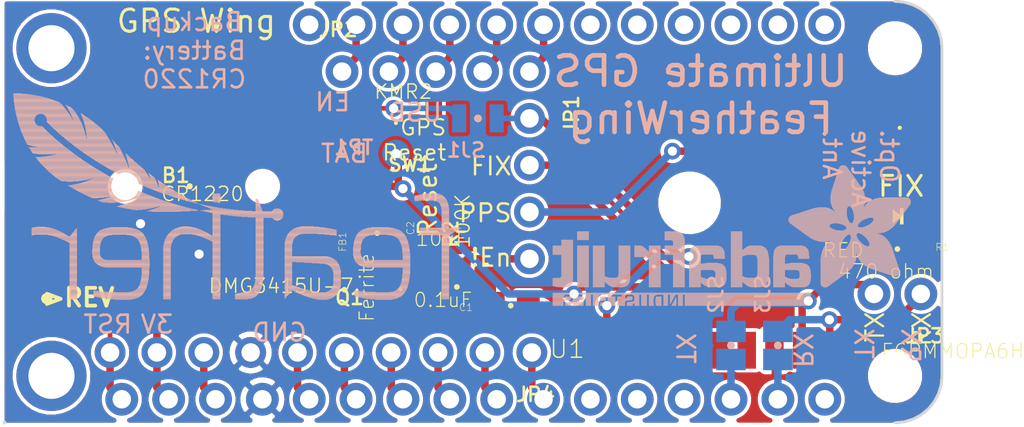
<source format=kicad_pcb>
(kicad_pcb (version 20170123) (host pcbnew no-vcs-found-f042fcd~59~ubuntu17.04.1)
  (layers (0 Top signal) (31 Bottom signal) (34 B.Paste user) (35 F.Paste user) (36 B.SilkS user) (37 F.SilkS user) (38 B.Mask user) (39 F.Mask user) (44 Edge.Cuts user))
  (net 0 "")
  (net 1 FIX)
  (net 2 N$2)
  (net 3 GND)
  (net 4 3.3V)
  (net 5 VBACKUP)
  (net 6 TX)
  (net 7 RX)
  (net 8 N$4)
  (net 9 1PPS)
  (net 10 3V)
  (net 11 N$1)
  (net 12 N$3)
  (net 13 N$5)
  (net 14 N$6)
  (net 15 N$7)
  (net 16 N$8)
  (net 17 N$9)
  (net 18 N$10)
  (net 19 N$11)
  (net 20 GRESET)
  (net 21 N$12)
  (net 22 N$13)
  (net 23 N$14)
  (net 24 USB)
  (net 25 N$15)
  (net 26 ENABLE)
  (net 27 N$16)
  (net 28 N$17)
  (module FGPMMOPA6H (layer Top) (at 136.9441 105.0036 90)
    (fp_text reference U1 (at -8 -8.5) (layer F.SilkS) (effects (font (size 0.9652 0.9652) (thickness 0.077216)) (justify left bottom)))
    (fp_text value FGPMMOPA6H (at -8 9.5) (layer F.SilkS) (effects (font (size 0.77216 0.77216) (thickness 0.061772)) (justify left bottom)))
    (pad "" np_thru_hole circle (at 0.5 -0.85 90) (size 3 3) (drill 3) (layers *.Cu))
    (pad P$20 smd rect (at 7.5 -6.75 270) (size 2 1) (layers Top F.Paste F.Mask))
    (pad P$19 smd rect (at 7.5 -5.25 270) (size 2 1) (layers Top F.Paste F.Mask) (net 3 GND))
    (pad P$18 smd rect (at 7.5 -3.75 270) (size 2 1) (layers Top F.Paste F.Mask))
    (pad P$17 smd rect (at 7.5 -2.25 270) (size 2 1) (layers Top F.Paste F.Mask))
    (pad P$16 smd rect (at 7.5 -0.75 270) (size 2 1) (layers Top F.Paste F.Mask))
    (pad P$15 smd rect (at 7.5 0.75 270) (size 2 1) (layers Top F.Paste F.Mask))
    (pad P$14 smd rect (at 7.5 2.25 270) (size 2 1) (layers Top F.Paste F.Mask))
    (pad P$13 smd rect (at 7.5 3.75 270) (size 2 1) (layers Top F.Paste F.Mask) (net 9 1PPS))
    (pad P$12 smd rect (at 7.5 5.25 270) (size 2 1) (layers Top F.Paste F.Mask) (net 3 GND))
    (pad P$11 smd rect (at 7.5 6.75 270) (size 2 1) (layers Top F.Paste F.Mask) (net 8 N$4))
    (pad P$10 smd rect (at -7.5 6.75 90) (size 2 1) (layers Top F.Paste F.Mask) (net 7 RX))
    (pad P$9 smd rect (at -7.5 5.25 90) (size 2 1) (layers Top F.Paste F.Mask) (net 6 TX))
    (pad P$8 smd rect (at -7.5 3.75 90) (size 2 1) (layers Top F.Paste F.Mask) (net 3 GND))
    (pad P$7 smd rect (at -7.5 2.25 90) (size 2 1) (layers Top F.Paste F.Mask))
    (pad P$6 smd rect (at -7.5 0.75 90) (size 2 1) (layers Top F.Paste F.Mask))
    (pad P$5 smd rect (at -7.5 -0.75 90) (size 2 1) (layers Top F.Paste F.Mask) (net 1 FIX))
    (pad P$4 smd rect (at -7.5 -2.25 90) (size 2 1) (layers Top F.Paste F.Mask) (net 5 VBACKUP))
    (pad P$3 smd rect (at -7.5 -3.75 90) (size 2 1) (layers Top F.Paste F.Mask) (net 3 GND))
    (pad P$2 smd rect (at -7.5 -5.25 90) (size 2 1) (layers Top F.Paste F.Mask) (net 20 GRESET))
    (pad P$1 smd rect (at -7.5 -6.75 90) (size 2 1) (layers Top F.Paste F.Mask) (net 25 N$15))
  )
  (module CHIPLED_0805_NOOUTLINE (layer Top) (at 147.3581 105.2336 270)
    (fp_text reference LED1 hide)
    (fp_text value RED (at 1.397 1.778) (layer F.SilkS) (effects (font (size 0.77216 0.77216) (thickness 0.061772)) (justify right top)))
    (pad A smd rect (at 0 1.05 270) (size 1.2 1.2) (layers Top F.Paste F.Mask) (net 1 FIX))
    (pad C smd rect (at 0 -1.05 270) (size 1.2 1.2) (layers Top F.Paste F.Mask) (net 2 N$2))
  )
  (module 0805-NO (layer Top) (at 147.3581 107.0116)
    (fp_text reference R1 (at 2.032 0.127) (layer F.SilkS) (effects (font (size 0.38608 0.38608) (thickness 0.030886)) (justify left bottom)))
    (fp_text value "470 ohm" (at 2.032 0.762) (layer F.SilkS) (effects (font (size 0.77216 0.77216) (thickness 0.061772)) (justify right top)))
    (pad 2 smd rect (at 0.95 0) (size 1.24 1.5) (layers Top F.Paste F.Mask) (net 2 N$2))
    (pad 1 smd rect (at -0.95 0) (size 1.24 1.5) (layers Top F.Paste F.Mask) (net 3 GND))
  )
  (module 0805-NO (layer Top) (at 126.4031 110.0836 180)
    (fp_text reference C1 (at 2.032 0.127) (layer F.SilkS) (effects (font (size 0.38608 0.38608) (thickness 0.030886)) (justify right top)))
    (fp_text value 0.1uF (at 2.032 0.762) (layer F.SilkS) (effects (font (size 0.77216 0.77216) (thickness 0.061772)) (justify right top)))
    (pad 2 smd rect (at 0.95 0 180) (size 1.24 1.5) (layers Top F.Paste F.Mask) (net 3 GND))
    (pad 1 smd rect (at -0.95 0 180) (size 1.24 1.5) (layers Top F.Paste F.Mask) (net 25 N$15))
  )
  (module 0805-NO (layer Top) (at 119.1641 106.1466)
    (fp_text reference C2 (at 2.032 0.127 90) (layer F.SilkS) (effects (font (size 0.38608 0.38608) (thickness 0.030886)) (justify left bottom)))
    (fp_text value 10uF (at 2.032 0.762) (layer F.SilkS) (effects (font (size 0.77216 0.77216) (thickness 0.061772)) (justify left bottom)))
    (pad 2 smd rect (at 0.95 0) (size 1.24 1.5) (layers Top F.Paste F.Mask) (net 3 GND))
    (pad 1 smd rect (at -0.95 0) (size 1.24 1.5) (layers Top F.Paste F.Mask) (net 4 3.3V))
  )
  (module 0805-NO (layer Top) (at 117.3861 109.2186 90)
    (fp_text reference FB1 (at 2.032 0.127 90) (layer F.SilkS) (effects (font (size 0.38608 0.38608) (thickness 0.030886)) (justify left bottom)))
    (fp_text value Ferrite (at 2.032 0.762 90) (layer F.SilkS) (effects (font (size 0.77216 0.77216) (thickness 0.061772)) (justify right top)))
    (pad 2 smd rect (at 0.95 0 90) (size 1.24 1.5) (layers Top F.Paste F.Mask) (net 4 3.3V))
    (pad 1 smd rect (at -0.95 0 90) (size 1.24 1.5) (layers Top F.Paste F.Mask) (net 10 3V))
  )
  (module CR1220-2 (layer Top) (at 109.0041 103.6066)
    (fp_text reference B1 (at -1.602 -0.14) (layer F.SilkS) (effects (font (size 0.77216 0.77216) (thickness 0.138988)) (justify left bottom)))
    (fp_text value CR1220 (at -1.602 0.868) (layer F.SilkS) (effects (font (size 0.77216 0.77216) (thickness 0.077216)) (justify left bottom)))
    (pad + smd rect (at 8.29 0) (size 4 2) (layers Top F.Paste F.Mask) (net 5 VBACKUP))
    (pad - smd rect (at -7.6 0) (size 4 2) (layers Top F.Paste F.Mask) (net 3 GND))
    (pad "" np_thru_hole circle (at -3.5 0) (size 1.5 1.5) (drill 1.5) (layers *.Cu))
    (pad "" np_thru_hole circle (at 3.95 0) (size 1.5 1.5) (drill 1.5) (layers *.Cu))
  )
  (module FIDUCIAL_1MM (layer Top) (at 100.6221 99.5426)
    (fp_text reference FID1 hide)
    (fp_text value FIDUCIAL"" hide)
    (pad 1 smd circle (at 0 0) (size 1 1) (layers Top F.Paste F.Mask))
  )
  (module FIDUCIAL_1MM (layer Top) (at 145.4761 115.3726)
    (fp_text reference FID2 hide)
    (fp_text value FIDUCIAL"" hide)
    (pad 1 smd circle (at 0 0) (size 1 1) (layers Top F.Paste F.Mask))
  )
  (module U.FL (layer Top) (at 147.4851 100.4316 180)
    (fp_text reference X1 hide)
    (fp_text value uFL hide)
    (pad 3 smd rect (at 1.525 0 180) (size 0.8 1) (layers Top F.Paste F.Mask) (net 8 N$4))
    (pad 2 smd rect (at 0 1.375 180) (size 2.2 1.05) (layers Top F.Paste F.Mask) (net 3 GND))
    (pad 1 smd rect (at 0 -1.375 180) (size 2.2 1.05) (layers Top F.Paste F.Mask) (net 3 GND))
  )
  (module FEATHERWING (layer Top) (at 98.9711 116.4336)
    (fp_text reference MS1 hide)
    (fp_text value FEATHERWING hide)
    (fp_arc (start 0 0) (end 0 0) (angle -90) (layer Edge.Cuts) (width 0))
    (fp_line (start 0 0) (end 0 0) (layer Edge.Cuts) (width 0))
    (fp_arc (start 0 0) (end 0 0) (angle -90) (layer Edge.Cuts) (width 0))
    (fp_line (start 0 0) (end 0 0) (layer Edge.Cuts) (width 0))
    (fp_arc (start 0 0) (end 0 0) (angle -90) (layer Edge.Cuts) (width 0))
    (fp_line (start 0 0) (end 0 0) (layer Edge.Cuts) (width 0))
    (fp_arc (start 0 0) (end 0 0) (angle -90) (layer Edge.Cuts) (width 0))
    (fp_line (start 0 0) (end 0 0) (layer Edge.Cuts) (width 0))
    (pad 1 thru_hole circle (at 6.35 -1.27) (size 1.778 1.778) (drill 1) (layers *.Cu *.Mask) (net 21 N$12))
    (pad 2 thru_hole circle (at 8.89 -1.27) (size 1.778 1.778) (drill 1) (layers *.Cu *.Mask) (net 10 3V))
    (pad 3 thru_hole circle (at 11.43 -1.27) (size 1.778 1.778) (drill 1) (layers *.Cu *.Mask) (net 22 N$13))
    (pad 4 thru_hole circle (at 13.97 -1.27) (size 1.778 1.778) (drill 1) (layers *.Cu *.Mask) (net 3 GND))
    (pad 16 thru_hole circle (at 44.45 -1.27) (size 1.778 1.778) (drill 1) (layers *.Cu *.Mask))
    (pad 15 thru_hole circle (at 41.91 -1.27) (size 1.778 1.778) (drill 1) (layers *.Cu *.Mask) (net 28 N$17))
    (pad 14 thru_hole circle (at 39.37 -1.27) (size 1.778 1.778) (drill 1) (layers *.Cu *.Mask) (net 27 N$16))
    (pad 13 thru_hole circle (at 36.83 -1.27) (size 1.778 1.778) (drill 1) (layers *.Cu *.Mask))
    (pad 12 thru_hole circle (at 34.29 -1.27) (size 1.778 1.778) (drill 1) (layers *.Cu *.Mask))
    (pad 11 thru_hole circle (at 31.75 -1.27) (size 1.778 1.778) (drill 1) (layers *.Cu *.Mask))
    (pad 10 thru_hole circle (at 29.21 -1.27) (size 1.778 1.778) (drill 1) (layers *.Cu *.Mask) (net 14 N$6))
    (pad 9 thru_hole circle (at 26.67 -1.27) (size 1.778 1.778) (drill 1) (layers *.Cu *.Mask) (net 15 N$7))
    (pad 8 thru_hole circle (at 24.13 -1.27) (size 1.778 1.778) (drill 1) (layers *.Cu *.Mask) (net 16 N$8))
    (pad 7 thru_hole circle (at 21.59 -1.27) (size 1.778 1.778) (drill 1) (layers *.Cu *.Mask) (net 17 N$9))
    (pad 6 thru_hole circle (at 19.05 -1.27) (size 1.778 1.778) (drill 1) (layers *.Cu *.Mask) (net 18 N$10))
    (pad 5 thru_hole circle (at 16.51 -1.27) (size 1.778 1.778) (drill 1) (layers *.Cu *.Mask) (net 19 N$11))
    (pad 17 thru_hole circle (at 44.45 -21.59) (size 1.778 1.778) (drill 1) (layers *.Cu *.Mask))
    (pad 18 thru_hole circle (at 41.91 -21.59) (size 1.778 1.778) (drill 1) (layers *.Cu *.Mask))
    (pad 19 thru_hole circle (at 39.37 -21.59) (size 1.778 1.778) (drill 1) (layers *.Cu *.Mask))
    (pad 20 thru_hole circle (at 36.83 -21.59) (size 1.778 1.778) (drill 1) (layers *.Cu *.Mask))
    (pad 21 thru_hole circle (at 34.29 -21.59) (size 1.778 1.778) (drill 1) (layers *.Cu *.Mask))
    (pad 22 thru_hole circle (at 31.75 -21.59) (size 1.778 1.778) (drill 1) (layers *.Cu *.Mask))
    (pad 23 thru_hole circle (at 29.21 -21.59) (size 1.778 1.778) (drill 1) (layers *.Cu *.Mask) (net 13 N$5))
    (pad 24 thru_hole circle (at 26.67 -21.59) (size 1.778 1.778) (drill 1) (layers *.Cu *.Mask) (net 12 N$3))
    (pad 25 thru_hole circle (at 24.13 -21.59) (size 1.778 1.778) (drill 1) (layers *.Cu *.Mask) (net 11 N$1))
    (pad 26 thru_hole circle (at 21.59 -21.59) (size 1.778 1.778) (drill 1) (layers *.Cu *.Mask) (net 24 USB))
    (pad 27 thru_hole circle (at 19.05 -21.59) (size 1.778 1.778) (drill 1) (layers *.Cu *.Mask) (net 23 N$14))
    (pad 28 thru_hole circle (at 16.51 -21.59) (size 1.778 1.778) (drill 1) (layers *.Cu *.Mask))
    (pad P$2 thru_hole circle (at 2.54 -2.54) (size 3.81 3.81) (drill 2.5) (layers *.Cu *.Mask))
    (pad P$1 thru_hole circle (at 2.54 -20.32) (size 3.81 3.81) (drill 2.5) (layers *.Cu *.Mask))
    (pad "" np_thru_hole circle (at 48.26 -2.54) (size 2.54 2.54) (drill 2.54) (layers *.Cu))
    (pad "" np_thru_hole circle (at 48.26 -20.32) (size 2.54 2.54) (drill 2.54) (layers *.Cu))
  )
  (module BTN_KMR2_4.6X2.8 (layer Top) (at 120.1801 100.1776 180)
    (fp_text reference SW1 (at -2.032 -1.778) (layer F.SilkS) (effects (font (size 0.77216 0.77216) (thickness 0.138988)) (justify right top)))
    (fp_text value KMR2 (at -2.032 2.159) (layer F.SilkS) (effects (font (size 0.77216 0.77216) (thickness 0.077216)) (justify right top)))
    (pad A' smd rect (at -2.05 -0.8 180) (size 0.9 0.9) (layers Top F.Paste F.Mask) (net 3 GND))
    (pad B' smd rect (at -2.05 0.8 180) (size 0.9 0.9) (layers Top F.Paste F.Mask) (net 21 N$12))
    (pad B smd rect (at 2.05 0.8 180) (size 0.9 0.9) (layers Top F.Paste F.Mask) (net 21 N$12))
    (pad A smd rect (at 2.05 -0.8 180) (size 0.9 0.9) (layers Top F.Paste F.Mask) (net 3 GND))
  )
  (module SOLDERJUMPER_ARROW_NOPASTE (layer Bottom) (at 124.6251 99.9236)
    (fp_text reference SJ1 (at -1.778 1.27) (layer B.SilkS) (effects (font (size 0.77216 0.77216) (thickness 0.138988)) (justify right top mirror)))
    (fp_text value "" (at -1.651 -1.651) (layer B.SilkS) (effects (font (size 0.38608 0.38608) (thickness 0.038608)) (justify right top mirror)))
    (pad 2 smd rect (at 1.016 0) (size 0.762 1.524) (layers Bottom B.Paste B.Mask) (net 20 GRESET))
    (pad 1 smd rect (at -1.016 0) (size 0.762 1.524) (layers Bottom B.Paste B.Mask) (net 21 N$12))
  )
  (module 1X10_ROUND (layer Top) (at 116.1161 112.6236 180)
    (fp_text reference JP4 (at -12.7762 -1.8288) (layer F.SilkS) (effects (font (size 0.77216 0.77216) (thickness 0.138988)) (justify right top)))
    (fp_text value "" (at -12.7 3.175) (layer F.SilkS) (effects (font (size 0.38608 0.38608) (thickness 0.038608)) (justify right top)))
    (pad 10 thru_hole circle (at 11.43 0 270) (size 1.6764 1.6764) (drill 1) (layers *.Cu *.Mask) (net 21 N$12))
    (pad 9 thru_hole circle (at 8.89 0 270) (size 1.6764 1.6764) (drill 1) (layers *.Cu *.Mask) (net 10 3V))
    (pad 8 thru_hole circle (at 6.35 0 270) (size 1.6764 1.6764) (drill 1) (layers *.Cu *.Mask) (net 22 N$13))
    (pad 7 thru_hole circle (at 3.81 0 270) (size 1.6764 1.6764) (drill 1) (layers *.Cu *.Mask) (net 3 GND))
    (pad 6 thru_hole circle (at 1.27 0 270) (size 1.6764 1.6764) (drill 1) (layers *.Cu *.Mask) (net 19 N$11))
    (pad 5 thru_hole circle (at -1.27 0 270) (size 1.6764 1.6764) (drill 1) (layers *.Cu *.Mask) (net 18 N$10))
    (pad 4 thru_hole circle (at -3.81 0 270) (size 1.6764 1.6764) (drill 1) (layers *.Cu *.Mask) (net 17 N$9))
    (pad 3 thru_hole circle (at -6.35 0 270) (size 1.6764 1.6764) (drill 1) (layers *.Cu *.Mask) (net 16 N$8))
    (pad 2 thru_hole circle (at -8.89 0 270) (size 1.6764 1.6764) (drill 1) (layers *.Cu *.Mask) (net 15 N$7))
    (pad 1 thru_hole circle (at -11.43 0 270) (size 1.6764 1.6764) (drill 1) (layers *.Cu *.Mask) (net 14 N$6))
  )
  (module 1X05_ROUND_70 (layer Top) (at 122.3391 97.3836)
    (fp_text reference JP2 (at -6.4262 -1.8288) (layer F.SilkS) (effects (font (size 0.77216 0.77216) (thickness 0.138988)) (justify left bottom)))
    (fp_text value "" (at -6.35 3.175) (layer F.SilkS) (effects (font (size 0.38608 0.38608) (thickness 0.038608)) (justify left bottom)))
    (pad 5 thru_hole circle (at 5.08 0 90) (size 1.778 1.778) (drill 1) (layers *.Cu *.Mask) (net 13 N$5))
    (pad 4 thru_hole circle (at 2.54 0 90) (size 1.778 1.778) (drill 1) (layers *.Cu *.Mask) (net 12 N$3))
    (pad 3 thru_hole circle (at 0 0 90) (size 1.778 1.778) (drill 1) (layers *.Cu *.Mask) (net 11 N$1))
    (pad 2 thru_hole circle (at -2.54 0 90) (size 1.778 1.778) (drill 1) (layers *.Cu *.Mask) (net 24 USB))
    (pad 1 thru_hole circle (at -5.08 0 90) (size 1.778 1.778) (drill 1) (layers *.Cu *.Mask) (net 23 N$14))
  )
  (module SOT23-WIDE (layer Top) (at 120.4341 109.1946 180)
    (fp_text reference Q1 (at 1.905 0) (layer F.SilkS) (effects (font (size 0.77216 0.77216) (thickness 0.138988)) (justify right top)))
    (fp_text value "DMG3415U-7 " (at 1.905 0.635) (layer F.SilkS) (effects (font (size 0.77216 0.77216) (thickness 0.077216)) (justify right top)))
    (pad 1 smd rect (at -0.95 1 180) (size 1 1.2) (layers Top F.Paste F.Mask) (net 26 ENABLE))
    (pad 2 smd rect (at 0.95 1 180) (size 1 1.2) (layers Top F.Paste F.Mask) (net 4 3.3V))
    (pad 3 smd rect (at 0 -1 180) (size 1 1.2) (layers Top F.Paste F.Mask) (net 25 N$15))
  )
  (module 1X04_ROUND (layer Top) (at 127.4191 103.7336 270)
    (fp_text reference JP1 (at -5.1562 -1.8288 90) (layer F.SilkS) (effects (font (size 0.77216 0.77216) (thickness 0.138988)) (justify right top)))
    (fp_text value "" (at -5.08 3.175 90) (layer F.SilkS) (effects (font (size 0.38608 0.38608) (thickness 0.038608)) (justify right top)))
    (pad 4 thru_hole circle (at 3.81 0) (size 1.6764 1.6764) (drill 1) (layers *.Cu *.Mask) (net 26 ENABLE))
    (pad 3 thru_hole circle (at 1.27 0) (size 1.6764 1.6764) (drill 1) (layers *.Cu *.Mask) (net 9 1PPS))
    (pad 2 thru_hole circle (at -1.27 0) (size 1.6764 1.6764) (drill 1) (layers *.Cu *.Mask) (net 1 FIX))
    (pad 1 thru_hole circle (at -3.81 0) (size 1.6764 1.6764) (drill 1) (layers *.Cu *.Mask) (net 20 GRESET))
  )
  (module 0805-NO (layer Top) (at 123.4821 109.0676 90)
    (fp_text reference R2 (at 2.032 0.127 90) (layer F.SilkS) (effects (font (size 0.77216 0.77216) (thickness 0.138988)) (justify left bottom)))
    (fp_text value 100K (at 2.032 0.762 90) (layer F.SilkS) (effects (font (size 0.77216 0.77216) (thickness 0.077216)) (justify left bottom)))
    (pad 2 smd rect (at 0.95 0 90) (size 1.24 1.5) (layers Top F.Paste F.Mask) (net 26 ENABLE))
    (pad 1 smd rect (at -0.95 0 90) (size 1.24 1.5) (layers Top F.Paste F.Mask) (net 3 GND))
  )
  (module 1X02_ROUND (layer Top) (at 147.3581 109.4486 180)
    (fp_text reference JP3 (at -2.6162 -1.8288) (layer F.SilkS) (effects (font (size 0.77216 0.77216) (thickness 0.138988)) (justify right top)))
    (fp_text value "" (at -2.54 3.175) (layer F.SilkS) (effects (font (size 0.38608 0.38608) (thickness 0.038608)) (justify right top)))
    (pad 2 thru_hole circle (at 1.27 0 270) (size 1.778 1.778) (drill 1) (layers *.Cu *.Mask) (net 6 TX))
    (pad 1 thru_hole circle (at -1.27 0 270) (size 1.778 1.778) (drill 1) (layers *.Cu *.Mask) (net 7 RX))
  )
  (module SOLDERJUMPER_CLOSEDWIRE (layer Bottom) (at 138.3411 112.2426 270)
    (fp_text reference SJ2 (at -1.651 1.27 90) (layer B.SilkS) (effects (font (size 0.77216 0.77216) (thickness 0.138988)) (justify right top mirror)))
    (fp_text value "" (at -1.524 -1.651 90) (layer B.SilkS) (effects (font (size 0.38608 0.38608) (thickness 0.038608)) (justify right top mirror)))
    (pad WIRE smd rect (at 0 0 270) (size 0.635 0.2032) (layers Bottom B.Paste B.Mask))
    (pad 2 smd rect (at 0.762 0 270) (size 1.1684 1.6002) (layers Bottom B.Paste B.Mask) (net 27 N$16))
    (pad 1 smd rect (at -0.762 0 270) (size 1.1684 1.6002) (layers Bottom B.Paste B.Mask) (net 6 TX))
  )
  (module SOLDERJUMPER_CLOSEDWIRE (layer Bottom) (at 140.8811 112.2426 270)
    (fp_text reference SJ3 (at -1.651 1.27 90) (layer B.SilkS) (effects (font (size 0.77216 0.77216) (thickness 0.138988)) (justify right top mirror)))
    (fp_text value "" (at -1.524 -1.651 90) (layer B.SilkS) (effects (font (size 0.38608 0.38608) (thickness 0.038608)) (justify right top mirror)))
    (pad WIRE smd rect (at 0 0 270) (size 0.635 0.2032) (layers Bottom B.Paste B.Mask))
    (pad 2 smd rect (at 0.762 0 270) (size 1.1684 1.6002) (layers Bottom B.Paste B.Mask) (net 28 N$17))
    (pad 1 smd rect (at -0.762 0 270) (size 1.1684 1.6002) (layers Bottom B.Paste B.Mask) (net 7 RX))
  )
  (module PCBFEAT-REV-040 (layer Top) (at 101.2571 109.7026)
    (fp_text reference U$9 hide)
    (fp_text value "" hide)
    (fp_text user >REV (at -0.3556 0.508) (layer F.SilkS) (effects (font (size 0.9652 0.9652) (thickness 0.2032)) (justify left bottom)))
  )
  (module FEATHERLOGO (layer Bottom) (at 123.7361 109.8296 180)
    (fp_text reference U$10 hide)
    (fp_text value "" hide)
  )
  (module ADAFRUIT_TEXT_20MM (layer Bottom) (at 148.2471 110.0836 180)
    (fp_text reference U$11 hide)
    (fp_text value "" hide)
  )
  (module TESTPOINT_ROUND_1.5MM (layer Bottom) (at 120.1801 101.8286 180)
    (fp_text reference TP1 (at 1.143 -0.127 180) (layer B.SilkS) (effects (font (size 0.77216 0.77216) (thickness 0.146304)) (justify left bottom mirror)))
    (fp_text value "" (at 1.143 -0.635 180) (layer B.SilkS) (effects (font (size 0.38608 0.38608) (thickness 0.04064)) (justify left bottom mirror)))
    (pad P$1 smd circle (at 0 0 180) (size 1.5 1.5) (layers Bottom B.Paste B.Mask) (net 5 VBACKUP))
  )
  (gr_text FIX (at 146.2151 104.2416) (layer F.SilkS) (effects (font (size 1.08585 1.08585) (thickness 0.16002)) (justify left bottom)))
  (gr_text "GPS Wing" (at 104.9401 95.3516) (layer F.SilkS) (effects (font (size 1.2065 1.2065) (thickness 0.1651)) (justify left bottom)))
  (gr_text PPS (at 126.5301 104.4956) (layer F.SilkS) (effects (font (size 0.9652 0.9652) (thickness 0.13208)) (justify right top)))
  (gr_text FIX (at 126.5301 101.9556) (layer F.SilkS) (effects (font (size 0.9652 0.9652) (thickness 0.13208)) (justify right top)))
  (gr_text "GPS\nReset" (at 122.9741 99.9236) (layer F.SilkS) (effects (font (size 0.84455 0.84455) (thickness 0.10668)) (justify right top)))
  (gr_arc (start 147.2311 96.1136) (end 147.2311 93.5736) (angle 90) (layer Edge.Cuts) (width 0.15))
  (gr_line (start 149.7711 96.1136) (end 149.7711 113.8936) (layer Edge.Cuts) (width 0.15))
  (gr_arc (start 147.2311 113.8936) (end 149.7711 113.8936) (angle 90) (layer Edge.Cuts) (width 0.15))
  (gr_text Reset (at 122.4661 106.4006 90) (layer F.SilkS) (effects (font (size 0.9652 0.9652) (thickness 0.13208)) (justify left bottom)))
  (gr_text !En (at 126.5301 106.9086) (layer F.SilkS) (effects (font (size 0.9652 0.9652) (thickness 0.13208)) (justify right top)))
  (gr_text RX (at 148.1201 110.3376 90) (layer F.SilkS) (effects (font (size 0.9652 0.9652) (thickness 0.12192)) (justify right top)))
  (gr_text TX (at 145.5801 110.3376 90) (layer F.SilkS) (effects (font (size 0.9652 0.9652) (thickness 0.12192)) (justify right top)))
  (gr_text "Ultimate GPS\nFeatherWing" (at 136.6901 98.6536) (layer B.SilkS) (effects (font (size 1.59258 1.59258) (thickness 0.25146)) (justify mirror)))
  (gr_text RX (at 142.7861 111.4806 -90) (layer B.SilkS) (effects (font (size 0.9652 0.9652) (thickness 0.14224)) (justify right top mirror)))
  (gr_text TX (at 136.4361 111.4806 -90) (layer B.SilkS) (effects (font (size 0.9652 0.9652) (thickness 0.14224)) (justify right top mirror)))
  (gr_text GND (at 112.3061 110.9726) (layer B.SilkS) (effects (font (size 0.9652 0.9652) (thickness 0.14224)) (justify right top mirror)))
  (gr_text RST (at 104.5591 111.0996) (layer B.SilkS) (effects (font (size 0.9652 0.9652) (thickness 0.14224)) (justify mirror)))
  (gr_text 3V (at 107.2261 111.0996) (layer B.SilkS) (effects (font (size 0.9652 0.9652) (thickness 0.14224)) (justify mirror)))
  (gr_text EN (at 116.7511 99.0346) (layer B.SilkS) (effects (font (size 0.9652 0.9652) (thickness 0.14224)) (justify mirror)))
  (gr_text USB (at 119.6721 99.0346) (layer B.SilkS) (effects (font (size 0.9652 0.9652) (thickness 0.14224)) (justify right top mirror)))
  (gr_text RX (at 148.6281 111.2266 -90) (layer B.SilkS) (effects (font (size 0.9652 0.9652) (thickness 0.14224)) (justify right top mirror)))
  (gr_text TX (at 146.0881 111.2266 -90) (layer B.SilkS) (effects (font (size 0.9652 0.9652) (thickness 0.14224)) (justify right top mirror)))
  (gr_text "Opt.\nActive\nAnt." (at 147.4851 100.4316 -90) (layer B.SilkS) (effects (font (size 0.9652 0.9652) (thickness 0.14224)) (justify right top mirror)))
  (gr_text "Backup\nBattery:\nCR1220" (at 109.2581 96.2406) (layer B.SilkS) (effects (font (size 0.9652 0.9652) (thickness 0.14224)) (justify mirror)))
  (gr_text BAT (at 117.3861 101.8286) (layer B.SilkS) (effects (font (size 0.9652 0.9652) (thickness 0.14224)) (justify mirror)))
  (segment (start 136.1941 112.5036) (end 136.1941 109.5636) (width 0.4064) (layer Top) (net 1))
  (segment (start 136.1941 109.5636) (end 140.5241 105.2336) (width 0.4064) (layer Top) (net 1))
  (segment (start 136.1941 109.5636) (end 129.0941 102.4636) (width 0.4064) (layer Top) (net 1))
  (segment (start 129.0941 102.4636) (end 127.4191 102.4636) (width 0.4064) (layer Top) (net 1))
  (segment (start 140.5241 105.2336) (end 146.3081 105.2336) (width 0.4064) (layer Top) (net 1))
  (segment (start 148.4081 105.2336) (end 148.3081 105.7146) (width 0.4064) (layer Top) (net 2))
  (segment (start 148.3081 105.7146) (end 148.3081 107.0116) (width 0.4064) (layer Top) (net 2))
  (via (at 106.3371 105.6386) (size 0.9064) (drill 0.5) (layers Top Bottom) (net 3))
  (via (at 109.5121 107.2896) (size 0.9064) (drill 0.5) (layers Top Bottom) (net 3))
  (segment (start 117.3861 108.2686) (end 117.4601 108.1946) (width 0.4064) (layer Top) (net 4))
  (segment (start 117.4601 108.1946) (end 119.4841 108.1946) (width 0.4064) (layer Top) (net 4))
  (segment (start 118.2141 106.1466) (end 117.3861 106.9746) (width 0.4064) (layer Top) (net 4))
  (segment (start 117.3861 106.9746) (end 117.3861 108.2686) (width 0.4064) (layer Top) (net 4))
  (segment (start 117.2941 103.6066) (end 120.3071 103.6066) (width 0.4064) (layer Top) (net 5))
  (segment (start 120.3071 103.6066) (end 120.4341 103.6066) (width 0.4064) (layer Top) (net 5))
  (segment (start 120.4341 103.6066) (end 120.5611 103.7336) (width 0.4064) (layer Top) (net 5))
  (via (at 120.5611 103.7336) (size 0.9064) (drill 0.5) (layers Top Bottom) (net 5))
  (segment (start 120.5611 103.7336) (end 126.2761 109.4486) (width 0.4064) (layer Bottom) (net 5))
  (segment (start 126.2761 109.4486) (end 129.8321 109.4486) (width 0.4064) (layer Bottom) (net 5))
  (via (at 129.8321 109.4486) (size 0.9064) (drill 0.5) (layers Top Bottom) (net 5))
  (segment (start 129.8321 109.4486) (end 130.2131 109.0676) (width 0.4064) (layer Top) (net 5))
  (segment (start 130.2131 109.0676) (end 133.8961 109.0676) (width 0.4064) (layer Top) (net 5))
  (segment (start 133.8961 109.0676) (end 134.6941 109.8656) (width 0.4064) (layer Top) (net 5))
  (segment (start 134.6941 109.8656) (end 134.6941 112.5036) (width 0.4064) (layer Top) (net 5))
  (via (at 120.1801 101.8286) (size 0.9064) (drill 0.5) (layers Top Bottom) (net 5))
  (segment (start 120.3071 103.6066) (end 120.3071 101.9556) (width 0.4064) (layer Top) (net 5))
  (segment (start 120.3071 101.9556) (end 120.1801 101.8286) (width 0.4064) (layer Top) (net 5))
  (segment (start 146.0881 109.4486) (end 145.5801 108.9406) (width 0.4064) (layer Top) (net 6))
  (segment (start 145.5801 108.9406) (end 143.4211 108.9406) (width 0.4064) (layer Top) (net 6))
  (segment (start 143.4211 108.9406) (end 142.5956 109.7661) (width 0.4064) (layer Top) (net 6))
  (segment (start 142.5321 109.8296) (end 142.1941 110.1676) (width 0.4064) (layer Top) (net 6))
  (segment (start 142.1941 110.1676) (end 142.1941 112.5036) (width 0.4064) (layer Top) (net 6))
  (segment (start 138.3411 111.4806) (end 138.3411 110.3376) (width 0.4064) (layer Bottom) (net 6))
  (segment (start 138.3411 110.3376) (end 138.7221 109.9566) (width 0.4064) (layer Bottom) (net 6))
  (segment (start 138.7221 109.9566) (end 142.4051 109.9566) (width 0.4064) (layer Bottom) (net 6))
  (segment (start 142.4051 109.9566) (end 142.5321 109.8296) (width 0.4064) (layer Bottom) (net 6))
  (via (at 142.5321 109.8296) (size 0.9064) (drill 0.5) (layers Top Bottom) (net 6))
  (segment (start 142.5321 109.8296) (end 142.5956 109.7661) (width 0.4064) (layer Top) (net 6))
  (segment (start 148.6281 109.5756) (end 148.6281 109.4486) (width 0.4064) (layer Top) (net 7))
  (segment (start 140.8811 111.4806) (end 141.5161 110.8456) (width 0.4064) (layer Bottom) (net 7))
  (segment (start 141.5161 110.8456) (end 143.6751 110.8456) (width 0.4064) (layer Bottom) (net 7))
  (via (at 143.6751 110.8456) (size 0.9064) (drill 0.5) (layers Top Bottom) (net 7))
  (segment (start 143.6751 110.8456) (end 143.6941 111.3346) (width 0.4064) (layer Top) (net 7))
  (segment (start 143.6941 111.3346) (end 143.6941 112.5036) (width 0.4064) (layer Top) (net 7))
  (segment (start 148.6281 109.5756) (end 147.3581 110.8456) (width 0.4064) (layer Top) (net 7))
  (segment (start 147.3581 110.8456) (end 143.6751 110.8456) (width 0.4064) (layer Top) (net 7))
  (segment (start 143.6941 97.5036) (end 143.6941 98.4196) (width 0.8128) (layer Top) (net 8))
  (segment (start 143.6941 98.4196) (end 145.9601 100.4316) (width 0.8128) (layer Top) (net 8))
  (segment (start 127.4191 105.0036) (end 131.8641 105.0036) (width 0.4064) (layer Bottom) (net 9))
  (segment (start 131.8641 105.0036) (end 135.1661 101.7016) (width 0.4064) (layer Bottom) (net 9))
  (via (at 135.1661 101.7016) (size 0.9064) (drill 0.5) (layers Top Bottom) (net 9))
  (segment (start 135.1661 101.7016) (end 138.2141 101.7016) (width 0.4064) (layer Top) (net 9))
  (segment (start 138.2141 101.7016) (end 140.7541 99.1616) (width 0.4064) (layer Top) (net 9))
  (segment (start 140.7541 99.1616) (end 140.7541 97.5636) (width 0.4064) (layer Top) (net 9))
  (segment (start 140.7541 97.5636) (end 140.6941 97.5036) (width 0.4064) (layer Top) (net 9))
  (segment (start 107.2261 112.6236) (end 107.2261 114.5286) (width 0.4064) (layer Top) (net 10))
  (segment (start 107.2261 114.5286) (end 107.8611 115.1636) (width 0.4064) (layer Top) (net 10))
  (segment (start 107.2261 112.6236) (end 107.2261 111.3536) (width 0.4064) (layer Top) (net 10))
  (segment (start 107.2261 111.3536) (end 108.3691 110.2106) (width 0.4064) (layer Top) (net 10))
  (segment (start 108.3691 110.2106) (end 117.3441 110.2106) (width 0.4064) (layer Top) (net 10))
  (segment (start 117.3441 110.2106) (end 117.3861 110.1686) (width 0.4064) (layer Top) (net 10))
  (segment (start 123.1011 94.8436) (end 123.1011 96.6216) (width 0.4064) (layer Top) (net 11))
  (segment (start 123.1011 96.6216) (end 122.3391 97.3836) (width 0.4064) (layer Top) (net 11))
  (segment (start 125.6411 94.8436) (end 125.6411 96.6216) (width 0.4064) (layer Top) (net 12))
  (segment (start 125.6411 96.6216) (end 124.8791 97.3836) (width 0.4064) (layer Top) (net 12))
  (segment (start 128.1811 94.8436) (end 128.1811 96.6216) (width 0.4064) (layer Top) (net 13))
  (segment (start 128.1811 96.6216) (end 127.4191 97.3836) (width 0.4064) (layer Top) (net 13))
  (segment (start 127.5461 112.6236) (end 127.5461 114.5286) (width 0.4064) (layer Top) (net 14))
  (segment (start 127.5461 114.5286) (end 128.1811 115.1636) (width 0.4064) (layer Top) (net 14))
  (segment (start 125.0061 112.6236) (end 125.0061 114.5286) (width 0.4064) (layer Top) (net 15))
  (segment (start 125.0061 114.5286) (end 125.6411 115.1636) (width 0.4064) (layer Top) (net 15))
  (segment (start 122.4661 112.6236) (end 122.4661 114.5286) (width 0.4064) (layer Top) (net 16))
  (segment (start 122.4661 114.5286) (end 123.1011 115.1636) (width 0.4064) (layer Top) (net 16))
  (segment (start 119.9261 112.6236) (end 119.9261 114.5286) (width 0.4064) (layer Top) (net 17))
  (segment (start 119.9261 114.5286) (end 120.5611 115.1636) (width 0.4064) (layer Top) (net 17))
  (segment (start 117.3861 112.6236) (end 117.3861 114.5286) (width 0.4064) (layer Top) (net 18))
  (segment (start 117.3861 114.5286) (end 118.0211 115.1636) (width 0.4064) (layer Top) (net 18))
  (segment (start 114.8461 112.6236) (end 114.8461 114.5286) (width 0.4064) (layer Top) (net 19))
  (segment (start 114.8461 114.5286) (end 115.4811 115.1636) (width 0.4064) (layer Top) (net 19))
  (segment (start 127.4191 99.9236) (end 128.0541 99.9236) (width 0.4064) (layer Top) (net 20))
  (segment (start 128.0541 99.9236) (end 135.5471 107.4166) (width 0.4064) (layer Top) (net 20))
  (segment (start 135.5471 107.4166) (end 136.0551 107.4166) (width 0.4064) (layer Top) (net 20))
  (via (at 136.0551 107.4166) (size 0.9064) (drill 0.5) (layers Top Bottom) (net 20))
  (segment (start 136.0551 107.4166) (end 134.2771 107.4166) (width 0.4064) (layer Bottom) (net 20))
  (segment (start 134.2771 107.4166) (end 131.6101 110.0836) (width 0.4064) (layer Bottom) (net 20))
  (via (at 131.6101 110.0836) (size 0.9064) (drill 0.5) (layers Top Bottom) (net 20))
  (segment (start 131.6101 110.0836) (end 131.6101 112.4196) (width 0.4064) (layer Top) (net 20))
  (segment (start 131.6101 112.4196) (end 131.6941 112.5036) (width 0.4064) (layer Top) (net 20))
  (segment (start 127.4191 99.9236) (end 125.6411 99.9236) (width 0.3048) (layer Bottom) (net 20))
  (segment (start 122.2301 99.3776) (end 120.0531 99.3776) (width 0.254) (layer Top) (net 21))
  (segment (start 119.9261 99.3776) (end 118.1301 99.3776) (width 0.254) (layer Top) (net 21))
  (segment (start 104.6861 112.6236) (end 104.6861 114.5286) (width 0.4064) (layer Top) (net 21))
  (segment (start 104.6861 114.5286) (end 105.3211 115.1636) (width 0.4064) (layer Top) (net 21))
  (segment (start 104.6861 112.6236) (end 104.6861 109.1946) (width 0.254) (layer Top) (net 21))
  (segment (start 104.6861 109.1946) (end 114.4651 99.4156) (width 0.254) (layer Top) (net 21))
  (segment (start 114.4651 99.4156) (end 118.0921 99.4156) (width 0.254) (layer Top) (net 21))
  (segment (start 118.0921 99.4156) (end 118.1301 99.3776) (width 0.254) (layer Top) (net 21))
  (segment (start 123.6091 99.9236) (end 123.0631 99.3776) (width 0.3048) (layer Bottom) (net 21))
  (segment (start 123.0631 99.3776) (end 120.0531 99.3776) (width 0.3048) (layer Bottom) (net 21))
  (via (at 120.0531 99.3776) (size 0.9064) (drill 0.5) (layers Top Bottom) (net 21))
  (segment (start 120.0531 99.3776) (end 119.9261 99.3776) (width 0.3048) (layer Top) (net 21))
  (segment (start 109.7661 112.6236) (end 109.7661 114.5286) (width 0.4064) (layer Top) (net 22))
  (segment (start 109.7661 114.5286) (end 110.4011 115.1636) (width 0.4064) (layer Top) (net 22))
  (segment (start 118.0211 94.8436) (end 118.0211 96.6216) (width 0.4064) (layer Top) (net 23))
  (segment (start 118.0211 96.6216) (end 117.2591 97.3836) (width 0.4064) (layer Top) (net 23))
  (segment (start 120.5611 94.8436) (end 120.5611 96.6216) (width 0.4064) (layer Top) (net 24))
  (segment (start 120.5611 96.6216) (end 119.7991 97.3836) (width 0.4064) (layer Top) (net 24))
  (segment (start 130.0861 111.9886) (end 130.0861 112.3956) (width 0.4064) (layer Top) (net 25))
  (segment (start 130.0861 112.3956) (end 130.1941 112.5036) (width 0.4064) (layer Top) (net 25))
  (segment (start 120.4341 110.1946) (end 121.5931 111.3536) (width 0.4064) (layer Top) (net 25))
  (segment (start 121.5931 111.3536) (end 126.7841 111.3536) (width 0.4064) (layer Top) (net 25))
  (segment (start 126.7841 111.3536) (end 127.3531 110.7846) (width 0.4064) (layer Top) (net 25))
  (segment (start 127.3531 110.7846) (end 127.3531 110.0836) (width 0.4064) (layer Top) (net 25))
  (segment (start 130.0861 111.9886) (end 128.1811 110.0836) (width 0.4064) (layer Top) (net 25))
  (segment (start 128.1811 110.0836) (end 127.3531 110.0836) (width 0.4064) (layer Top) (net 25))
  (segment (start 121.3841 108.1946) (end 121.4611 108.1176) (width 0.4064) (layer Top) (net 26))
  (segment (start 121.4611 108.1176) (end 123.4821 108.1176) (width 0.4064) (layer Top) (net 26))
  (segment (start 123.4821 108.1176) (end 124.0561 107.5436) (width 0.4064) (layer Top) (net 26))
  (segment (start 124.0561 107.5436) (end 127.4191 107.5436) (width 0.4064) (layer Top) (net 26))
  (segment (start 138.3411 113.0046) (end 138.3411 115.1636) (width 0.4064) (layer Bottom) (net 27))
  (segment (start 140.8811 113.0046) (end 140.8811 115.1636) (width 0.4064) (layer Bottom) (net 28))
  (zone (net 3) (net_name GND) (layer Top) (priority 6) (connect_pads (clearance 0)) (min_thickness 0.254) (fill yes (arc_segments 32) (thermal_gap 0.304) (thermal_bridge_width 0.304))
    (polygon (pts (xy 98.9711 93.5736) (xy 98.9711 116.4336) (xy 149.7711 116.4336) (xy 149.7711 93.5736)))
  )
  (zone (net 3) (net_name GND) (layer Bottom) (priority 6) (connect_pads (clearance 0)) (min_thickness 0.254) (fill yes (arc_segments 32) (thermal_gap 0.304) (thermal_bridge_width 0.304))
    (polygon (pts (xy 98.9711 93.5736) (xy 98.9711 116.4336) (xy 149.7711 116.4336) (xy 149.7711 93.5736)))
  )
)
</source>
